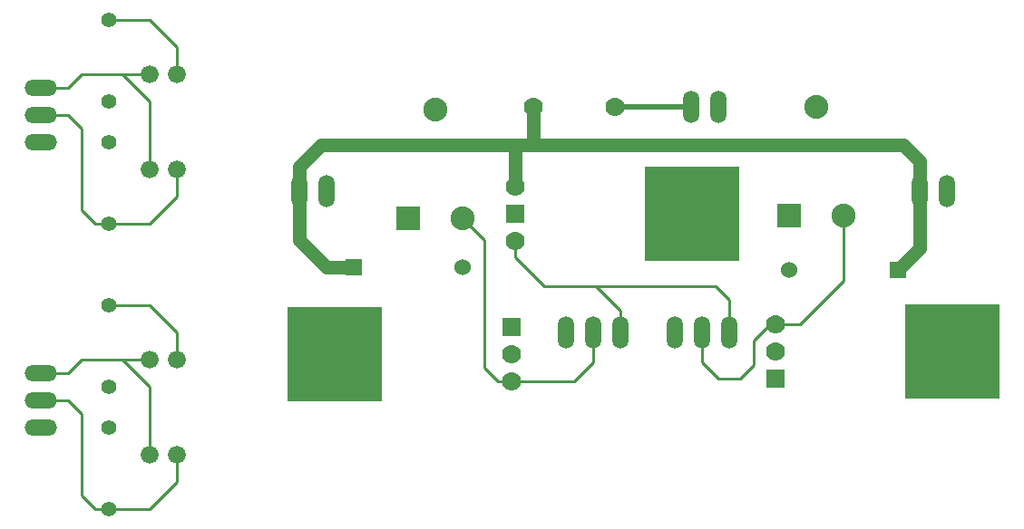
<source format=gtl>
G04 (created by PCBNEW (2013-07-07 BZR 4022)-stable) date 1/3/2014 7:24:35 AM*
%MOIN*%
G04 Gerber Fmt 3.4, Leading zero omitted, Abs format*
%FSLAX34Y34*%
G01*
G70*
G90*
G04 APERTURE LIST*
%ADD10C,0.00590551*%
%ADD11R,0.07X0.07*%
%ADD12C,0.07*%
%ADD13R,0.35X0.35*%
%ADD14C,0.055*%
%ADD15C,0.0882*%
%ADD16R,0.0882X0.0882*%
%ADD17O,0.0593X0.1187*%
%ADD18O,0.1187X0.0593*%
%ADD19C,0.066*%
%ADD20R,0.06X0.06*%
%ADD21C,0.06*%
%ADD22C,0.01*%
%ADD23C,0.05*%
%ADD24C,0.02*%
G04 APERTURE END LIST*
G54D10*
G54D11*
X35000Y-21200D03*
G54D12*
X35000Y-19200D03*
X35000Y-20200D03*
G54D13*
X41500Y-20200D03*
G54D11*
X25300Y-19300D03*
G54D12*
X25300Y-21300D03*
X25300Y-20300D03*
G54D13*
X18800Y-20300D03*
G54D14*
X10500Y-15500D03*
X10500Y-12500D03*
X10500Y-8000D03*
X10500Y-11000D03*
X10500Y-26000D03*
X10500Y-23000D03*
X10500Y-18500D03*
X10500Y-21500D03*
G54D15*
X36500Y-11200D03*
G54D16*
X35500Y-15200D03*
G54D15*
X37500Y-15200D03*
X22500Y-11300D03*
G54D16*
X21500Y-15300D03*
G54D15*
X23500Y-15300D03*
G54D17*
X31300Y-19500D03*
X32300Y-19500D03*
X33300Y-19500D03*
X27300Y-19500D03*
X28300Y-19500D03*
X29300Y-19500D03*
G54D18*
X8000Y-23000D03*
X8000Y-22000D03*
X8000Y-21000D03*
X8000Y-12500D03*
X8000Y-11500D03*
X8000Y-10500D03*
G54D17*
X17500Y-14300D03*
X18500Y-14300D03*
X40300Y-14300D03*
X41300Y-14300D03*
G54D13*
X31950Y-15150D03*
G54D12*
X25450Y-14150D03*
G54D11*
X25450Y-15150D03*
G54D12*
X25450Y-16150D03*
G54D19*
X13000Y-24000D03*
X12000Y-24000D03*
X13000Y-10000D03*
X12000Y-10000D03*
X13000Y-20500D03*
X12000Y-20500D03*
X13000Y-13500D03*
X12000Y-13500D03*
G54D20*
X19500Y-17100D03*
G54D21*
X23500Y-17100D03*
G54D20*
X39500Y-17200D03*
G54D21*
X35500Y-17200D03*
G54D12*
X29100Y-11200D03*
X26100Y-11200D03*
G54D17*
X31900Y-11200D03*
X32900Y-11200D03*
G54D22*
X28300Y-17800D02*
X32800Y-17800D01*
X33300Y-18300D02*
X33300Y-19500D01*
X32800Y-17800D02*
X33300Y-18300D01*
X25450Y-16150D02*
X25450Y-16750D01*
X29300Y-18700D02*
X29300Y-19500D01*
X28400Y-17800D02*
X29300Y-18700D01*
X26500Y-17800D02*
X28300Y-17800D01*
X28300Y-17800D02*
X28400Y-17800D01*
X25450Y-16750D02*
X26500Y-17800D01*
G54D23*
X25450Y-14150D02*
X25450Y-12600D01*
X25450Y-12600D02*
X18300Y-12600D01*
X18300Y-12600D02*
X17500Y-13400D01*
X17500Y-13400D02*
X17500Y-14300D01*
X25450Y-12600D02*
X25400Y-12600D01*
X19500Y-17100D02*
X18500Y-17100D01*
X18500Y-17100D02*
X17500Y-16100D01*
X17500Y-16100D02*
X17500Y-13400D01*
X17500Y-13400D02*
X18300Y-12600D01*
X18300Y-12600D02*
X25400Y-12600D01*
X25400Y-12600D02*
X26100Y-12600D01*
X26100Y-11200D02*
X26100Y-12600D01*
X40300Y-14300D02*
X40300Y-13200D01*
X38700Y-12600D02*
X39700Y-12600D01*
X39700Y-12600D02*
X40300Y-13200D01*
X40300Y-13200D02*
X40300Y-16400D01*
X40300Y-16400D02*
X39500Y-17200D01*
X26500Y-12600D02*
X38700Y-12600D01*
X26200Y-12600D02*
X26500Y-12600D01*
G54D22*
X25300Y-21300D02*
X24800Y-21300D01*
X24300Y-16100D02*
X23500Y-15300D01*
X24300Y-20800D02*
X24300Y-16100D01*
X24800Y-21300D02*
X24300Y-20800D01*
X25300Y-21300D02*
X26700Y-21300D01*
X28300Y-20600D02*
X28300Y-19500D01*
X27600Y-21300D02*
X28300Y-20600D01*
X26700Y-21300D02*
X27600Y-21300D01*
G54D24*
X29100Y-11200D02*
X31900Y-11200D01*
G54D22*
X13000Y-10000D02*
X13000Y-9000D01*
X12000Y-8000D02*
X10500Y-8000D01*
X13000Y-9000D02*
X12000Y-8000D01*
X8000Y-22000D02*
X9000Y-22000D01*
X10000Y-26000D02*
X9500Y-25500D01*
X9500Y-25500D02*
X9500Y-22500D01*
X9500Y-22500D02*
X9000Y-22000D01*
X10000Y-26000D02*
X10500Y-26000D01*
X13000Y-24000D02*
X13000Y-25000D01*
X12000Y-26000D02*
X10500Y-26000D01*
X13000Y-25000D02*
X12000Y-26000D01*
X10500Y-20500D02*
X11000Y-20500D01*
X11000Y-20500D02*
X12000Y-21500D01*
X8000Y-21000D02*
X9000Y-21000D01*
X9500Y-20500D02*
X10500Y-20500D01*
X10500Y-20500D02*
X12000Y-20500D01*
X9000Y-21000D02*
X9500Y-20500D01*
X12000Y-21500D02*
X12000Y-24000D01*
X13000Y-20500D02*
X13000Y-19500D01*
X12000Y-18500D02*
X10500Y-18500D01*
X13000Y-19500D02*
X12000Y-18500D01*
X12000Y-15500D02*
X13000Y-14500D01*
X10500Y-15500D02*
X12000Y-15500D01*
X13000Y-14500D02*
X13000Y-13500D01*
X8000Y-11500D02*
X9000Y-11500D01*
X10000Y-15500D02*
X10500Y-15500D01*
X9500Y-15000D02*
X10000Y-15500D01*
X9500Y-12000D02*
X9500Y-15000D01*
X9000Y-11500D02*
X9500Y-12000D01*
X35000Y-19200D02*
X35900Y-19200D01*
X37500Y-17600D02*
X37500Y-15200D01*
X35900Y-19200D02*
X37500Y-17600D01*
X35000Y-19200D02*
X34800Y-19200D01*
X32300Y-20600D02*
X32300Y-19500D01*
X32900Y-21200D02*
X32300Y-20600D01*
X33700Y-21200D02*
X32900Y-21200D01*
X34200Y-20700D02*
X33700Y-21200D01*
X34200Y-19800D02*
X34200Y-20700D01*
X34800Y-19200D02*
X34200Y-19800D01*
X8000Y-10500D02*
X9000Y-10500D01*
X9000Y-10500D02*
X9500Y-10000D01*
X11000Y-10000D02*
X12000Y-11000D01*
X12000Y-11000D02*
X12000Y-13500D01*
X9500Y-10000D02*
X11000Y-10000D01*
X11000Y-10000D02*
X12000Y-10000D01*
M02*

</source>
